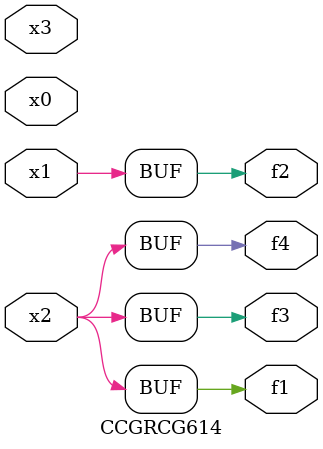
<source format=v>
module CCGRCG614(
	input x0, x1, x2, x3,
	output f1, f2, f3, f4
);
	assign f1 = x2;
	assign f2 = x1;
	assign f3 = x2;
	assign f4 = x2;
endmodule

</source>
